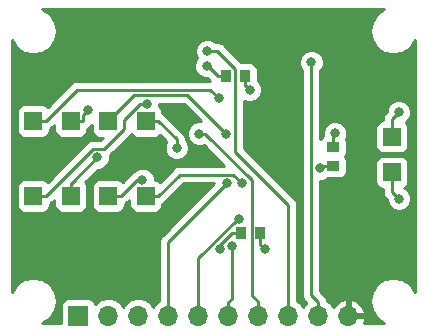
<source format=gbl>
G04 #@! TF.GenerationSoftware,KiCad,Pcbnew,(2018-02-15 revision 29b28de31)-makepkg*
G04 #@! TF.CreationDate,2019-02-03T15:17:44+10:30*
G04 #@! TF.ProjectId,CS5464_Breakout,4353353436345F427265616B6F75742E,rev?*
G04 #@! TF.SameCoordinates,Original*
G04 #@! TF.FileFunction,Copper,L2,Bot,Signal*
G04 #@! TF.FilePolarity,Positive*
%FSLAX46Y46*%
G04 Gerber Fmt 4.6, Leading zero omitted, Abs format (unit mm)*
G04 Created by KiCad (PCBNEW (2018-02-15 revision 29b28de31)-makepkg) date 02/03/19 15:17:44*
%MOMM*%
%LPD*%
G01*
G04 APERTURE LIST*
%ADD10R,1.500000X1.500000*%
%ADD11R,0.820000X1.000000*%
%ADD12R,1.000000X0.820000*%
%ADD13R,1.700000X1.700000*%
%ADD14O,1.700000X1.700000*%
%ADD15C,0.800000*%
%ADD16C,0.250000*%
%ADD17C,0.254000*%
G04 APERTURE END LIST*
D10*
X143394000Y-91516900D03*
X143394000Y-94510700D03*
X122555000Y-96520000D03*
X119380000Y-96520000D03*
X116205000Y-96520000D03*
X113030000Y-96520000D03*
X119380000Y-90170000D03*
X113030000Y-90170000D03*
X116205000Y-90170000D03*
X122555000Y-90170000D03*
D11*
X130645000Y-99695000D03*
X132245000Y-99695000D03*
X130975000Y-86360000D03*
X129375000Y-86360000D03*
D12*
X138430000Y-93980000D03*
X138430000Y-92380000D03*
D13*
X116840000Y-106680000D03*
D14*
X119380000Y-106680000D03*
X121920000Y-106680000D03*
X124460000Y-106680000D03*
X127000000Y-106680000D03*
X129540000Y-106680000D03*
X132080000Y-106680000D03*
X134620000Y-106680000D03*
X137160000Y-106680000D03*
X139700000Y-106680000D03*
D15*
X138566900Y-91216200D03*
X143979400Y-89431800D03*
X143996900Y-96760000D03*
X137312300Y-94185000D03*
X136569600Y-85186200D03*
X127767900Y-84240300D03*
X132614800Y-101007400D03*
X128822300Y-101024000D03*
X112000000Y-88000000D03*
X112000000Y-85000000D03*
X112000000Y-100000000D03*
X112000000Y-103000000D03*
X141000000Y-81000000D03*
X137000000Y-81000000D03*
X123000000Y-81000000D03*
X119000000Y-81000000D03*
X115000000Y-81000000D03*
X145000000Y-103000000D03*
X145000000Y-100000000D03*
X145000000Y-88000000D03*
X145000000Y-85000000D03*
X129359700Y-91267500D03*
X128735500Y-88244500D03*
X118455900Y-93258000D03*
X122651700Y-88700800D03*
X131376800Y-87529000D03*
X127700900Y-85520900D03*
X129416800Y-95445100D03*
X129835000Y-100728500D03*
X130485000Y-98450300D03*
X127087000Y-91241700D03*
X125179000Y-92457100D03*
X117645900Y-89277000D03*
X122275800Y-95150700D03*
X130705100Y-95452600D03*
D16*
X138430000Y-91353100D02*
X138430000Y-92380000D01*
X138566900Y-91216200D02*
X138430000Y-91353100D01*
X143394000Y-90017200D02*
X143394000Y-91516900D01*
X143979400Y-89431800D02*
X143394000Y-90017200D01*
X143394000Y-96157100D02*
X143996900Y-96760000D01*
X143394000Y-94510700D02*
X143394000Y-96157100D01*
X137399700Y-94185000D02*
X137604700Y-93980000D01*
X137312300Y-94185000D02*
X137399700Y-94185000D01*
X138430000Y-93980000D02*
X137604700Y-93980000D01*
X136569600Y-104914300D02*
X137160000Y-105504700D01*
X136569600Y-85186200D02*
X136569600Y-104914300D01*
X137160000Y-106680000D02*
X137160000Y-105504700D01*
X128625400Y-84240300D02*
X127767900Y-84240300D01*
X130110400Y-85725300D02*
X128625400Y-84240300D01*
X130110400Y-92789300D02*
X130110400Y-85725300D01*
X134620000Y-97298900D02*
X130110400Y-92789300D01*
X134620000Y-106680000D02*
X134620000Y-97298900D01*
X132245000Y-100637600D02*
X132614800Y-101007400D01*
X132245000Y-99695000D02*
X132245000Y-100637600D01*
X128822300Y-100698100D02*
X128822300Y-101024000D01*
X129825400Y-99695000D02*
X128822300Y-100698100D01*
X130645000Y-99695000D02*
X129825400Y-99695000D01*
X121574800Y-87975200D02*
X119380000Y-90170000D01*
X126067400Y-87975200D02*
X121574800Y-87975200D01*
X129359700Y-91267500D02*
X126067400Y-87975200D01*
X113030000Y-90170000D02*
X114105300Y-90170000D01*
X116759100Y-87516200D02*
X114105300Y-90170000D01*
X128007200Y-87516200D02*
X116759100Y-87516200D01*
X128735500Y-88244500D02*
X128007200Y-87516200D01*
X116205000Y-96520000D02*
X116205000Y-95444700D01*
X116269200Y-95444700D02*
X118455900Y-93258000D01*
X116205000Y-95444700D02*
X116269200Y-95444700D01*
X113030000Y-96520000D02*
X114105300Y-96520000D01*
X122064100Y-88700800D02*
X122651700Y-88700800D01*
X120716000Y-90048900D02*
X122064100Y-88700800D01*
X120716000Y-90824500D02*
X120716000Y-90048900D01*
X119019000Y-92521500D02*
X120716000Y-90824500D01*
X118103800Y-92521500D02*
X119019000Y-92521500D01*
X114105300Y-96520000D02*
X118103800Y-92521500D01*
X131033100Y-87185300D02*
X130975000Y-87185300D01*
X131376800Y-87529000D02*
X131033100Y-87185300D01*
X130975000Y-86360000D02*
X130975000Y-87185300D01*
X127800600Y-85520900D02*
X127700900Y-85520900D01*
X128639700Y-86360000D02*
X127800600Y-85520900D01*
X129375000Y-86360000D02*
X128639700Y-86360000D01*
X124460000Y-100401900D02*
X124460000Y-106680000D01*
X129416800Y-95445100D02*
X124460000Y-100401900D01*
X129835000Y-105209700D02*
X129540000Y-105504700D01*
X129835000Y-100728500D02*
X129835000Y-105209700D01*
X129540000Y-106680000D02*
X129540000Y-105504700D01*
X130354400Y-98450300D02*
X130485000Y-98450300D01*
X127000000Y-101804700D02*
X130354400Y-98450300D01*
X127000000Y-106680000D02*
X127000000Y-101804700D01*
X127087000Y-91241800D02*
X127087000Y-91241700D01*
X127555200Y-91241800D02*
X127087000Y-91241800D01*
X131509600Y-95196200D02*
X127555200Y-91241800D01*
X131509600Y-104934300D02*
X131509600Y-95196200D01*
X132080000Y-105504700D02*
X131509600Y-104934300D01*
X132080000Y-106680000D02*
X132080000Y-105504700D01*
X122555000Y-90170000D02*
X123630300Y-90170000D01*
X125179000Y-91718700D02*
X125179000Y-92457100D01*
X123630300Y-90170000D02*
X125179000Y-91718700D01*
X117280300Y-89642600D02*
X117280300Y-90170000D01*
X117645900Y-89277000D02*
X117280300Y-89642600D01*
X116205000Y-90170000D02*
X117280300Y-90170000D01*
X119380000Y-96520000D02*
X120455300Y-96520000D01*
X121824600Y-95150700D02*
X122275800Y-95150700D01*
X120455300Y-96520000D02*
X121824600Y-95150700D01*
X129953100Y-94700600D02*
X130705100Y-95452600D01*
X125449700Y-94700600D02*
X129953100Y-94700600D01*
X123630300Y-96520000D02*
X125449700Y-94700600D01*
X122555000Y-96520000D02*
X123630300Y-96520000D01*
D17*
G36*
X142752287Y-80720719D02*
X142109929Y-81149929D01*
X141680719Y-81792287D01*
X141530000Y-82550000D01*
X141680719Y-83307713D01*
X142109929Y-83950071D01*
X142752287Y-84379281D01*
X143510000Y-84530000D01*
X144267713Y-84379281D01*
X144910071Y-83950071D01*
X145339281Y-83307713D01*
X145340001Y-83304094D01*
X145340000Y-104655902D01*
X145339281Y-104652287D01*
X144910071Y-104009929D01*
X144267713Y-103580719D01*
X143510000Y-103430000D01*
X142752287Y-103580719D01*
X142109929Y-104009929D01*
X141680719Y-104652287D01*
X141530000Y-105410000D01*
X141680719Y-106167713D01*
X142109929Y-106810071D01*
X142752287Y-107239281D01*
X142755902Y-107240000D01*
X141046101Y-107240000D01*
X141141486Y-107036892D01*
X141020819Y-106807000D01*
X139827000Y-106807000D01*
X139827000Y-106827000D01*
X139573000Y-106827000D01*
X139573000Y-106807000D01*
X139553000Y-106807000D01*
X139553000Y-106553000D01*
X139573000Y-106553000D01*
X139573000Y-105359845D01*
X139827000Y-105359845D01*
X139827000Y-106553000D01*
X141020819Y-106553000D01*
X141141486Y-106323108D01*
X140895183Y-105798642D01*
X140466924Y-105408355D01*
X140056890Y-105238524D01*
X139827000Y-105359845D01*
X139573000Y-105359845D01*
X139343110Y-105238524D01*
X138933076Y-105408355D01*
X138504817Y-105798642D01*
X138443843Y-105928478D01*
X138230625Y-105609375D01*
X137913571Y-105397526D01*
X137875904Y-105208163D01*
X137875904Y-105208162D01*
X137750329Y-105020227D01*
X137750328Y-105020226D01*
X137707929Y-104956771D01*
X137644473Y-104914371D01*
X137329600Y-104599499D01*
X137329600Y-95220000D01*
X137518174Y-95220000D01*
X137898580Y-95062431D01*
X137924638Y-95036373D01*
X137930000Y-95037440D01*
X138930000Y-95037440D01*
X139177765Y-94988157D01*
X139387809Y-94847809D01*
X139528157Y-94637765D01*
X139577440Y-94390000D01*
X139577440Y-93760700D01*
X141996560Y-93760700D01*
X141996560Y-95260700D01*
X142045843Y-95508465D01*
X142186191Y-95718509D01*
X142396235Y-95858857D01*
X142634001Y-95906151D01*
X142634001Y-96082249D01*
X142619112Y-96157100D01*
X142634001Y-96231952D01*
X142678097Y-96453637D01*
X142846072Y-96705029D01*
X142909527Y-96747428D01*
X142961900Y-96799801D01*
X142961900Y-96965874D01*
X143119469Y-97346280D01*
X143410620Y-97637431D01*
X143791026Y-97795000D01*
X144202774Y-97795000D01*
X144583180Y-97637431D01*
X144874331Y-97346280D01*
X145031900Y-96965874D01*
X145031900Y-96554126D01*
X144874331Y-96173720D01*
X144583180Y-95882569D01*
X144443109Y-95824550D01*
X144601809Y-95718509D01*
X144742157Y-95508465D01*
X144791440Y-95260700D01*
X144791440Y-93760700D01*
X144742157Y-93512935D01*
X144601809Y-93302891D01*
X144391765Y-93162543D01*
X144144000Y-93113260D01*
X142644000Y-93113260D01*
X142396235Y-93162543D01*
X142186191Y-93302891D01*
X142045843Y-93512935D01*
X141996560Y-93760700D01*
X139577440Y-93760700D01*
X139577440Y-93570000D01*
X139528157Y-93322235D01*
X139433118Y-93180000D01*
X139528157Y-93037765D01*
X139577440Y-92790000D01*
X139577440Y-91970000D01*
X139528157Y-91722235D01*
X139496928Y-91675498D01*
X139601900Y-91422074D01*
X139601900Y-91010326D01*
X139501070Y-90766900D01*
X141996560Y-90766900D01*
X141996560Y-92266900D01*
X142045843Y-92514665D01*
X142186191Y-92724709D01*
X142396235Y-92865057D01*
X142644000Y-92914340D01*
X144144000Y-92914340D01*
X144391765Y-92865057D01*
X144601809Y-92724709D01*
X144742157Y-92514665D01*
X144791440Y-92266900D01*
X144791440Y-90766900D01*
X144742157Y-90519135D01*
X144601809Y-90309091D01*
X144580235Y-90294676D01*
X144856831Y-90018080D01*
X145014400Y-89637674D01*
X145014400Y-89225926D01*
X144856831Y-88845520D01*
X144565680Y-88554369D01*
X144185274Y-88396800D01*
X143773526Y-88396800D01*
X143393120Y-88554369D01*
X143101969Y-88845520D01*
X142944400Y-89225926D01*
X142944400Y-89391999D01*
X142909530Y-89426869D01*
X142846071Y-89469271D01*
X142678096Y-89720664D01*
X142634000Y-89942349D01*
X142634000Y-89942353D01*
X142619112Y-90017200D01*
X142634000Y-90092047D01*
X142634000Y-90121449D01*
X142396235Y-90168743D01*
X142186191Y-90309091D01*
X142045843Y-90519135D01*
X141996560Y-90766900D01*
X139501070Y-90766900D01*
X139444331Y-90629920D01*
X139153180Y-90338769D01*
X138772774Y-90181200D01*
X138361026Y-90181200D01*
X137980620Y-90338769D01*
X137689469Y-90629920D01*
X137531900Y-91010326D01*
X137531900Y-91422074D01*
X137548193Y-91461408D01*
X137472191Y-91512191D01*
X137331843Y-91722235D01*
X137329600Y-91733511D01*
X137329600Y-85889911D01*
X137447031Y-85772480D01*
X137604600Y-85392074D01*
X137604600Y-84980326D01*
X137447031Y-84599920D01*
X137155880Y-84308769D01*
X136775474Y-84151200D01*
X136363726Y-84151200D01*
X135983320Y-84308769D01*
X135692169Y-84599920D01*
X135534600Y-84980326D01*
X135534600Y-85392074D01*
X135692169Y-85772480D01*
X135809600Y-85889911D01*
X135809601Y-104839448D01*
X135794712Y-104914300D01*
X135809601Y-104989152D01*
X135853697Y-105210837D01*
X136021672Y-105462229D01*
X136085128Y-105504629D01*
X136149620Y-105569121D01*
X136089375Y-105609375D01*
X135890000Y-105907761D01*
X135690625Y-105609375D01*
X135380000Y-105401822D01*
X135380000Y-97373746D01*
X135394888Y-97298899D01*
X135380000Y-97224052D01*
X135380000Y-97224048D01*
X135335904Y-97002363D01*
X135249469Y-96873004D01*
X135210329Y-96814426D01*
X135210327Y-96814424D01*
X135167929Y-96750971D01*
X135104476Y-96708573D01*
X130870400Y-92474499D01*
X130870400Y-88439518D01*
X131170926Y-88564000D01*
X131582674Y-88564000D01*
X131963080Y-88406431D01*
X132254231Y-88115280D01*
X132411800Y-87734874D01*
X132411800Y-87323126D01*
X132254231Y-86942720D01*
X132032440Y-86720929D01*
X132032440Y-85860000D01*
X131983157Y-85612235D01*
X131842809Y-85402191D01*
X131632765Y-85261843D01*
X131385000Y-85212560D01*
X130681842Y-85212560D01*
X130658329Y-85177371D01*
X130594873Y-85134971D01*
X129215731Y-83755830D01*
X129173329Y-83692371D01*
X128921937Y-83524396D01*
X128700252Y-83480300D01*
X128700247Y-83480300D01*
X128625400Y-83465412D01*
X128550553Y-83480300D01*
X128471611Y-83480300D01*
X128354180Y-83362869D01*
X127973774Y-83205300D01*
X127562026Y-83205300D01*
X127181620Y-83362869D01*
X126890469Y-83654020D01*
X126732900Y-84034426D01*
X126732900Y-84446174D01*
X126890469Y-84826580D01*
X126910989Y-84847100D01*
X126823469Y-84934620D01*
X126665900Y-85315026D01*
X126665900Y-85726774D01*
X126823469Y-86107180D01*
X127114620Y-86398331D01*
X127495026Y-86555900D01*
X127760798Y-86555900D01*
X127956329Y-86751431D01*
X127932353Y-86756200D01*
X116833947Y-86756200D01*
X116759100Y-86741312D01*
X116684253Y-86756200D01*
X116684248Y-86756200D01*
X116462563Y-86800296D01*
X116211171Y-86968271D01*
X116168771Y-87031727D01*
X114238009Y-88962490D01*
X114237809Y-88962191D01*
X114027765Y-88821843D01*
X113780000Y-88772560D01*
X112280000Y-88772560D01*
X112032235Y-88821843D01*
X111822191Y-88962191D01*
X111681843Y-89172235D01*
X111632560Y-89420000D01*
X111632560Y-90920000D01*
X111681843Y-91167765D01*
X111822191Y-91377809D01*
X112032235Y-91518157D01*
X112280000Y-91567440D01*
X113780000Y-91567440D01*
X114027765Y-91518157D01*
X114237809Y-91377809D01*
X114378157Y-91167765D01*
X114427440Y-90920000D01*
X114427440Y-90868797D01*
X114653229Y-90717929D01*
X114695631Y-90654470D01*
X114807560Y-90542541D01*
X114807560Y-90920000D01*
X114856843Y-91167765D01*
X114997191Y-91377809D01*
X115207235Y-91518157D01*
X115455000Y-91567440D01*
X116955000Y-91567440D01*
X117202765Y-91518157D01*
X117412809Y-91377809D01*
X117553157Y-91167765D01*
X117602440Y-90920000D01*
X117602440Y-90868797D01*
X117828229Y-90717929D01*
X117982560Y-90486957D01*
X117982560Y-90920000D01*
X118031843Y-91167765D01*
X118172191Y-91377809D01*
X118382235Y-91518157D01*
X118630000Y-91567440D01*
X118898258Y-91567440D01*
X118704199Y-91761500D01*
X118178647Y-91761500D01*
X118103800Y-91746612D01*
X118028953Y-91761500D01*
X118028948Y-91761500D01*
X117807263Y-91805596D01*
X117555871Y-91973571D01*
X117513471Y-92037027D01*
X114238009Y-95312490D01*
X114237809Y-95312191D01*
X114027765Y-95171843D01*
X113780000Y-95122560D01*
X112280000Y-95122560D01*
X112032235Y-95171843D01*
X111822191Y-95312191D01*
X111681843Y-95522235D01*
X111632560Y-95770000D01*
X111632560Y-97270000D01*
X111681843Y-97517765D01*
X111822191Y-97727809D01*
X112032235Y-97868157D01*
X112280000Y-97917440D01*
X113780000Y-97917440D01*
X114027765Y-97868157D01*
X114237809Y-97727809D01*
X114378157Y-97517765D01*
X114427440Y-97270000D01*
X114427440Y-97218797D01*
X114653229Y-97067929D01*
X114695631Y-97004470D01*
X114807560Y-96892541D01*
X114807560Y-97270000D01*
X114856843Y-97517765D01*
X114997191Y-97727809D01*
X115207235Y-97868157D01*
X115455000Y-97917440D01*
X116955000Y-97917440D01*
X117202765Y-97868157D01*
X117412809Y-97727809D01*
X117553157Y-97517765D01*
X117602440Y-97270000D01*
X117602440Y-95770000D01*
X117553157Y-95522235D01*
X117438324Y-95350377D01*
X118495702Y-94293000D01*
X118661774Y-94293000D01*
X119042180Y-94135431D01*
X119333331Y-93844280D01*
X119490900Y-93463874D01*
X119490900Y-93120230D01*
X119566929Y-93069429D01*
X119609331Y-93005970D01*
X121200476Y-91414827D01*
X121263929Y-91372429D01*
X121303762Y-91312814D01*
X121347191Y-91377809D01*
X121557235Y-91518157D01*
X121805000Y-91567440D01*
X123305000Y-91567440D01*
X123552765Y-91518157D01*
X123762809Y-91377809D01*
X123763009Y-91377510D01*
X124288315Y-91902817D01*
X124144000Y-92251226D01*
X124144000Y-92662974D01*
X124301569Y-93043380D01*
X124592720Y-93334531D01*
X124973126Y-93492100D01*
X125384874Y-93492100D01*
X125765280Y-93334531D01*
X126056431Y-93043380D01*
X126214000Y-92662974D01*
X126214000Y-92251226D01*
X126056431Y-91870820D01*
X125945663Y-91760052D01*
X125953888Y-91718700D01*
X125939000Y-91643852D01*
X125939000Y-91643848D01*
X125894904Y-91422163D01*
X125726929Y-91170771D01*
X125663473Y-91128371D01*
X124220631Y-89685530D01*
X124178229Y-89622071D01*
X123952440Y-89471203D01*
X123952440Y-89420000D01*
X123903157Y-89172235D01*
X123762809Y-88962191D01*
X123685187Y-88910326D01*
X123686700Y-88906674D01*
X123686700Y-88735200D01*
X125752599Y-88735200D01*
X127224098Y-90206700D01*
X126881126Y-90206700D01*
X126500720Y-90364269D01*
X126209569Y-90655420D01*
X126052000Y-91035826D01*
X126052000Y-91447574D01*
X126209569Y-91827980D01*
X126500720Y-92119131D01*
X126881126Y-92276700D01*
X127292874Y-92276700D01*
X127450152Y-92211553D01*
X129179198Y-93940600D01*
X125524546Y-93940600D01*
X125449699Y-93925712D01*
X125374852Y-93940600D01*
X125374848Y-93940600D01*
X125153163Y-93984696D01*
X124901771Y-94152671D01*
X124859371Y-94216127D01*
X123763009Y-95312490D01*
X123762809Y-95312191D01*
X123552765Y-95171843D01*
X123310800Y-95123714D01*
X123310800Y-94944826D01*
X123153231Y-94564420D01*
X122862080Y-94273269D01*
X122481674Y-94115700D01*
X122069926Y-94115700D01*
X121689520Y-94273269D01*
X121527852Y-94434937D01*
X121276671Y-94602771D01*
X121234271Y-94666227D01*
X120588009Y-95312490D01*
X120587809Y-95312191D01*
X120377765Y-95171843D01*
X120130000Y-95122560D01*
X118630000Y-95122560D01*
X118382235Y-95171843D01*
X118172191Y-95312191D01*
X118031843Y-95522235D01*
X117982560Y-95770000D01*
X117982560Y-97270000D01*
X118031843Y-97517765D01*
X118172191Y-97727809D01*
X118382235Y-97868157D01*
X118630000Y-97917440D01*
X120130000Y-97917440D01*
X120377765Y-97868157D01*
X120587809Y-97727809D01*
X120728157Y-97517765D01*
X120777440Y-97270000D01*
X120777440Y-97218797D01*
X121003229Y-97067929D01*
X121045631Y-97004470D01*
X121157560Y-96892541D01*
X121157560Y-97270000D01*
X121206843Y-97517765D01*
X121347191Y-97727809D01*
X121557235Y-97868157D01*
X121805000Y-97917440D01*
X123305000Y-97917440D01*
X123552765Y-97868157D01*
X123762809Y-97727809D01*
X123903157Y-97517765D01*
X123952440Y-97270000D01*
X123952440Y-97218797D01*
X124178229Y-97067929D01*
X124220631Y-97004470D01*
X125764502Y-95460600D01*
X128326498Y-95460600D01*
X123975530Y-99811569D01*
X123912071Y-99853971D01*
X123744096Y-100105364D01*
X123700000Y-100327049D01*
X123700000Y-100327053D01*
X123685112Y-100401900D01*
X123700000Y-100476747D01*
X123700001Y-105401821D01*
X123389375Y-105609375D01*
X123190000Y-105907761D01*
X122990625Y-105609375D01*
X122499418Y-105281161D01*
X122066256Y-105195000D01*
X121773744Y-105195000D01*
X121340582Y-105281161D01*
X120849375Y-105609375D01*
X120650000Y-105907761D01*
X120450625Y-105609375D01*
X119959418Y-105281161D01*
X119526256Y-105195000D01*
X119233744Y-105195000D01*
X118800582Y-105281161D01*
X118309375Y-105609375D01*
X118297184Y-105627619D01*
X118288157Y-105582235D01*
X118147809Y-105372191D01*
X117937765Y-105231843D01*
X117690000Y-105182560D01*
X115990000Y-105182560D01*
X115742235Y-105231843D01*
X115532191Y-105372191D01*
X115391843Y-105582235D01*
X115342560Y-105830000D01*
X115342560Y-107240000D01*
X113784098Y-107240000D01*
X113787713Y-107239281D01*
X114430071Y-106810071D01*
X114859281Y-106167713D01*
X115010000Y-105410000D01*
X114859281Y-104652287D01*
X114430071Y-104009929D01*
X113787713Y-103580719D01*
X113030000Y-103430000D01*
X112272287Y-103580719D01*
X111629929Y-104009929D01*
X111200719Y-104652287D01*
X111200000Y-104655902D01*
X111200000Y-83304098D01*
X111200719Y-83307713D01*
X111629929Y-83950071D01*
X112272287Y-84379281D01*
X113030000Y-84530000D01*
X113787713Y-84379281D01*
X114430071Y-83950071D01*
X114859281Y-83307713D01*
X115010000Y-82550000D01*
X114859281Y-81792287D01*
X114430071Y-81149929D01*
X113787713Y-80720719D01*
X113784098Y-80720000D01*
X142755902Y-80720000D01*
X142752287Y-80720719D01*
X142752287Y-80720719D01*
G37*
X142752287Y-80720719D02*
X142109929Y-81149929D01*
X141680719Y-81792287D01*
X141530000Y-82550000D01*
X141680719Y-83307713D01*
X142109929Y-83950071D01*
X142752287Y-84379281D01*
X143510000Y-84530000D01*
X144267713Y-84379281D01*
X144910071Y-83950071D01*
X145339281Y-83307713D01*
X145340001Y-83304094D01*
X145340000Y-104655902D01*
X145339281Y-104652287D01*
X144910071Y-104009929D01*
X144267713Y-103580719D01*
X143510000Y-103430000D01*
X142752287Y-103580719D01*
X142109929Y-104009929D01*
X141680719Y-104652287D01*
X141530000Y-105410000D01*
X141680719Y-106167713D01*
X142109929Y-106810071D01*
X142752287Y-107239281D01*
X142755902Y-107240000D01*
X141046101Y-107240000D01*
X141141486Y-107036892D01*
X141020819Y-106807000D01*
X139827000Y-106807000D01*
X139827000Y-106827000D01*
X139573000Y-106827000D01*
X139573000Y-106807000D01*
X139553000Y-106807000D01*
X139553000Y-106553000D01*
X139573000Y-106553000D01*
X139573000Y-105359845D01*
X139827000Y-105359845D01*
X139827000Y-106553000D01*
X141020819Y-106553000D01*
X141141486Y-106323108D01*
X140895183Y-105798642D01*
X140466924Y-105408355D01*
X140056890Y-105238524D01*
X139827000Y-105359845D01*
X139573000Y-105359845D01*
X139343110Y-105238524D01*
X138933076Y-105408355D01*
X138504817Y-105798642D01*
X138443843Y-105928478D01*
X138230625Y-105609375D01*
X137913571Y-105397526D01*
X137875904Y-105208163D01*
X137875904Y-105208162D01*
X137750329Y-105020227D01*
X137750328Y-105020226D01*
X137707929Y-104956771D01*
X137644473Y-104914371D01*
X137329600Y-104599499D01*
X137329600Y-95220000D01*
X137518174Y-95220000D01*
X137898580Y-95062431D01*
X137924638Y-95036373D01*
X137930000Y-95037440D01*
X138930000Y-95037440D01*
X139177765Y-94988157D01*
X139387809Y-94847809D01*
X139528157Y-94637765D01*
X139577440Y-94390000D01*
X139577440Y-93760700D01*
X141996560Y-93760700D01*
X141996560Y-95260700D01*
X142045843Y-95508465D01*
X142186191Y-95718509D01*
X142396235Y-95858857D01*
X142634001Y-95906151D01*
X142634001Y-96082249D01*
X142619112Y-96157100D01*
X142634001Y-96231952D01*
X142678097Y-96453637D01*
X142846072Y-96705029D01*
X142909527Y-96747428D01*
X142961900Y-96799801D01*
X142961900Y-96965874D01*
X143119469Y-97346280D01*
X143410620Y-97637431D01*
X143791026Y-97795000D01*
X144202774Y-97795000D01*
X144583180Y-97637431D01*
X144874331Y-97346280D01*
X145031900Y-96965874D01*
X145031900Y-96554126D01*
X144874331Y-96173720D01*
X144583180Y-95882569D01*
X144443109Y-95824550D01*
X144601809Y-95718509D01*
X144742157Y-95508465D01*
X144791440Y-95260700D01*
X144791440Y-93760700D01*
X144742157Y-93512935D01*
X144601809Y-93302891D01*
X144391765Y-93162543D01*
X144144000Y-93113260D01*
X142644000Y-93113260D01*
X142396235Y-93162543D01*
X142186191Y-93302891D01*
X142045843Y-93512935D01*
X141996560Y-93760700D01*
X139577440Y-93760700D01*
X139577440Y-93570000D01*
X139528157Y-93322235D01*
X139433118Y-93180000D01*
X139528157Y-93037765D01*
X139577440Y-92790000D01*
X139577440Y-91970000D01*
X139528157Y-91722235D01*
X139496928Y-91675498D01*
X139601900Y-91422074D01*
X139601900Y-91010326D01*
X139501070Y-90766900D01*
X141996560Y-90766900D01*
X141996560Y-92266900D01*
X142045843Y-92514665D01*
X142186191Y-92724709D01*
X142396235Y-92865057D01*
X142644000Y-92914340D01*
X144144000Y-92914340D01*
X144391765Y-92865057D01*
X144601809Y-92724709D01*
X144742157Y-92514665D01*
X144791440Y-92266900D01*
X144791440Y-90766900D01*
X144742157Y-90519135D01*
X144601809Y-90309091D01*
X144580235Y-90294676D01*
X144856831Y-90018080D01*
X145014400Y-89637674D01*
X145014400Y-89225926D01*
X144856831Y-88845520D01*
X144565680Y-88554369D01*
X144185274Y-88396800D01*
X143773526Y-88396800D01*
X143393120Y-88554369D01*
X143101969Y-88845520D01*
X142944400Y-89225926D01*
X142944400Y-89391999D01*
X142909530Y-89426869D01*
X142846071Y-89469271D01*
X142678096Y-89720664D01*
X142634000Y-89942349D01*
X142634000Y-89942353D01*
X142619112Y-90017200D01*
X142634000Y-90092047D01*
X142634000Y-90121449D01*
X142396235Y-90168743D01*
X142186191Y-90309091D01*
X142045843Y-90519135D01*
X141996560Y-90766900D01*
X139501070Y-90766900D01*
X139444331Y-90629920D01*
X139153180Y-90338769D01*
X138772774Y-90181200D01*
X138361026Y-90181200D01*
X137980620Y-90338769D01*
X137689469Y-90629920D01*
X137531900Y-91010326D01*
X137531900Y-91422074D01*
X137548193Y-91461408D01*
X137472191Y-91512191D01*
X137331843Y-91722235D01*
X137329600Y-91733511D01*
X137329600Y-85889911D01*
X137447031Y-85772480D01*
X137604600Y-85392074D01*
X137604600Y-84980326D01*
X137447031Y-84599920D01*
X137155880Y-84308769D01*
X136775474Y-84151200D01*
X136363726Y-84151200D01*
X135983320Y-84308769D01*
X135692169Y-84599920D01*
X135534600Y-84980326D01*
X135534600Y-85392074D01*
X135692169Y-85772480D01*
X135809600Y-85889911D01*
X135809601Y-104839448D01*
X135794712Y-104914300D01*
X135809601Y-104989152D01*
X135853697Y-105210837D01*
X136021672Y-105462229D01*
X136085128Y-105504629D01*
X136149620Y-105569121D01*
X136089375Y-105609375D01*
X135890000Y-105907761D01*
X135690625Y-105609375D01*
X135380000Y-105401822D01*
X135380000Y-97373746D01*
X135394888Y-97298899D01*
X135380000Y-97224052D01*
X135380000Y-97224048D01*
X135335904Y-97002363D01*
X135249469Y-96873004D01*
X135210329Y-96814426D01*
X135210327Y-96814424D01*
X135167929Y-96750971D01*
X135104476Y-96708573D01*
X130870400Y-92474499D01*
X130870400Y-88439518D01*
X131170926Y-88564000D01*
X131582674Y-88564000D01*
X131963080Y-88406431D01*
X132254231Y-88115280D01*
X132411800Y-87734874D01*
X132411800Y-87323126D01*
X132254231Y-86942720D01*
X132032440Y-86720929D01*
X132032440Y-85860000D01*
X131983157Y-85612235D01*
X131842809Y-85402191D01*
X131632765Y-85261843D01*
X131385000Y-85212560D01*
X130681842Y-85212560D01*
X130658329Y-85177371D01*
X130594873Y-85134971D01*
X129215731Y-83755830D01*
X129173329Y-83692371D01*
X128921937Y-83524396D01*
X128700252Y-83480300D01*
X128700247Y-83480300D01*
X128625400Y-83465412D01*
X128550553Y-83480300D01*
X128471611Y-83480300D01*
X128354180Y-83362869D01*
X127973774Y-83205300D01*
X127562026Y-83205300D01*
X127181620Y-83362869D01*
X126890469Y-83654020D01*
X126732900Y-84034426D01*
X126732900Y-84446174D01*
X126890469Y-84826580D01*
X126910989Y-84847100D01*
X126823469Y-84934620D01*
X126665900Y-85315026D01*
X126665900Y-85726774D01*
X126823469Y-86107180D01*
X127114620Y-86398331D01*
X127495026Y-86555900D01*
X127760798Y-86555900D01*
X127956329Y-86751431D01*
X127932353Y-86756200D01*
X116833947Y-86756200D01*
X116759100Y-86741312D01*
X116684253Y-86756200D01*
X116684248Y-86756200D01*
X116462563Y-86800296D01*
X116211171Y-86968271D01*
X116168771Y-87031727D01*
X114238009Y-88962490D01*
X114237809Y-88962191D01*
X114027765Y-88821843D01*
X113780000Y-88772560D01*
X112280000Y-88772560D01*
X112032235Y-88821843D01*
X111822191Y-88962191D01*
X111681843Y-89172235D01*
X111632560Y-89420000D01*
X111632560Y-90920000D01*
X111681843Y-91167765D01*
X111822191Y-91377809D01*
X112032235Y-91518157D01*
X112280000Y-91567440D01*
X113780000Y-91567440D01*
X114027765Y-91518157D01*
X114237809Y-91377809D01*
X114378157Y-91167765D01*
X114427440Y-90920000D01*
X114427440Y-90868797D01*
X114653229Y-90717929D01*
X114695631Y-90654470D01*
X114807560Y-90542541D01*
X114807560Y-90920000D01*
X114856843Y-91167765D01*
X114997191Y-91377809D01*
X115207235Y-91518157D01*
X115455000Y-91567440D01*
X116955000Y-91567440D01*
X117202765Y-91518157D01*
X117412809Y-91377809D01*
X117553157Y-91167765D01*
X117602440Y-90920000D01*
X117602440Y-90868797D01*
X117828229Y-90717929D01*
X117982560Y-90486957D01*
X117982560Y-90920000D01*
X118031843Y-91167765D01*
X118172191Y-91377809D01*
X118382235Y-91518157D01*
X118630000Y-91567440D01*
X118898258Y-91567440D01*
X118704199Y-91761500D01*
X118178647Y-91761500D01*
X118103800Y-91746612D01*
X118028953Y-91761500D01*
X118028948Y-91761500D01*
X117807263Y-91805596D01*
X117555871Y-91973571D01*
X117513471Y-92037027D01*
X114238009Y-95312490D01*
X114237809Y-95312191D01*
X114027765Y-95171843D01*
X113780000Y-95122560D01*
X112280000Y-95122560D01*
X112032235Y-95171843D01*
X111822191Y-95312191D01*
X111681843Y-95522235D01*
X111632560Y-95770000D01*
X111632560Y-97270000D01*
X111681843Y-97517765D01*
X111822191Y-97727809D01*
X112032235Y-97868157D01*
X112280000Y-97917440D01*
X113780000Y-97917440D01*
X114027765Y-97868157D01*
X114237809Y-97727809D01*
X114378157Y-97517765D01*
X114427440Y-97270000D01*
X114427440Y-97218797D01*
X114653229Y-97067929D01*
X114695631Y-97004470D01*
X114807560Y-96892541D01*
X114807560Y-97270000D01*
X114856843Y-97517765D01*
X114997191Y-97727809D01*
X115207235Y-97868157D01*
X115455000Y-97917440D01*
X116955000Y-97917440D01*
X117202765Y-97868157D01*
X117412809Y-97727809D01*
X117553157Y-97517765D01*
X117602440Y-97270000D01*
X117602440Y-95770000D01*
X117553157Y-95522235D01*
X117438324Y-95350377D01*
X118495702Y-94293000D01*
X118661774Y-94293000D01*
X119042180Y-94135431D01*
X119333331Y-93844280D01*
X119490900Y-93463874D01*
X119490900Y-93120230D01*
X119566929Y-93069429D01*
X119609331Y-93005970D01*
X121200476Y-91414827D01*
X121263929Y-91372429D01*
X121303762Y-91312814D01*
X121347191Y-91377809D01*
X121557235Y-91518157D01*
X121805000Y-91567440D01*
X123305000Y-91567440D01*
X123552765Y-91518157D01*
X123762809Y-91377809D01*
X123763009Y-91377510D01*
X124288315Y-91902817D01*
X124144000Y-92251226D01*
X124144000Y-92662974D01*
X124301569Y-93043380D01*
X124592720Y-93334531D01*
X124973126Y-93492100D01*
X125384874Y-93492100D01*
X125765280Y-93334531D01*
X126056431Y-93043380D01*
X126214000Y-92662974D01*
X126214000Y-92251226D01*
X126056431Y-91870820D01*
X125945663Y-91760052D01*
X125953888Y-91718700D01*
X125939000Y-91643852D01*
X125939000Y-91643848D01*
X125894904Y-91422163D01*
X125726929Y-91170771D01*
X125663473Y-91128371D01*
X124220631Y-89685530D01*
X124178229Y-89622071D01*
X123952440Y-89471203D01*
X123952440Y-89420000D01*
X123903157Y-89172235D01*
X123762809Y-88962191D01*
X123685187Y-88910326D01*
X123686700Y-88906674D01*
X123686700Y-88735200D01*
X125752599Y-88735200D01*
X127224098Y-90206700D01*
X126881126Y-90206700D01*
X126500720Y-90364269D01*
X126209569Y-90655420D01*
X126052000Y-91035826D01*
X126052000Y-91447574D01*
X126209569Y-91827980D01*
X126500720Y-92119131D01*
X126881126Y-92276700D01*
X127292874Y-92276700D01*
X127450152Y-92211553D01*
X129179198Y-93940600D01*
X125524546Y-93940600D01*
X125449699Y-93925712D01*
X125374852Y-93940600D01*
X125374848Y-93940600D01*
X125153163Y-93984696D01*
X124901771Y-94152671D01*
X124859371Y-94216127D01*
X123763009Y-95312490D01*
X123762809Y-95312191D01*
X123552765Y-95171843D01*
X123310800Y-95123714D01*
X123310800Y-94944826D01*
X123153231Y-94564420D01*
X122862080Y-94273269D01*
X122481674Y-94115700D01*
X122069926Y-94115700D01*
X121689520Y-94273269D01*
X121527852Y-94434937D01*
X121276671Y-94602771D01*
X121234271Y-94666227D01*
X120588009Y-95312490D01*
X120587809Y-95312191D01*
X120377765Y-95171843D01*
X120130000Y-95122560D01*
X118630000Y-95122560D01*
X118382235Y-95171843D01*
X118172191Y-95312191D01*
X118031843Y-95522235D01*
X117982560Y-95770000D01*
X117982560Y-97270000D01*
X118031843Y-97517765D01*
X118172191Y-97727809D01*
X118382235Y-97868157D01*
X118630000Y-97917440D01*
X120130000Y-97917440D01*
X120377765Y-97868157D01*
X120587809Y-97727809D01*
X120728157Y-97517765D01*
X120777440Y-97270000D01*
X120777440Y-97218797D01*
X121003229Y-97067929D01*
X121045631Y-97004470D01*
X121157560Y-96892541D01*
X121157560Y-97270000D01*
X121206843Y-97517765D01*
X121347191Y-97727809D01*
X121557235Y-97868157D01*
X121805000Y-97917440D01*
X123305000Y-97917440D01*
X123552765Y-97868157D01*
X123762809Y-97727809D01*
X123903157Y-97517765D01*
X123952440Y-97270000D01*
X123952440Y-97218797D01*
X124178229Y-97067929D01*
X124220631Y-97004470D01*
X125764502Y-95460600D01*
X128326498Y-95460600D01*
X123975530Y-99811569D01*
X123912071Y-99853971D01*
X123744096Y-100105364D01*
X123700000Y-100327049D01*
X123700000Y-100327053D01*
X123685112Y-100401900D01*
X123700000Y-100476747D01*
X123700001Y-105401821D01*
X123389375Y-105609375D01*
X123190000Y-105907761D01*
X122990625Y-105609375D01*
X122499418Y-105281161D01*
X122066256Y-105195000D01*
X121773744Y-105195000D01*
X121340582Y-105281161D01*
X120849375Y-105609375D01*
X120650000Y-105907761D01*
X120450625Y-105609375D01*
X119959418Y-105281161D01*
X119526256Y-105195000D01*
X119233744Y-105195000D01*
X118800582Y-105281161D01*
X118309375Y-105609375D01*
X118297184Y-105627619D01*
X118288157Y-105582235D01*
X118147809Y-105372191D01*
X117937765Y-105231843D01*
X117690000Y-105182560D01*
X115990000Y-105182560D01*
X115742235Y-105231843D01*
X115532191Y-105372191D01*
X115391843Y-105582235D01*
X115342560Y-105830000D01*
X115342560Y-107240000D01*
X113784098Y-107240000D01*
X113787713Y-107239281D01*
X114430071Y-106810071D01*
X114859281Y-106167713D01*
X115010000Y-105410000D01*
X114859281Y-104652287D01*
X114430071Y-104009929D01*
X113787713Y-103580719D01*
X113030000Y-103430000D01*
X112272287Y-103580719D01*
X111629929Y-104009929D01*
X111200719Y-104652287D01*
X111200000Y-104655902D01*
X111200000Y-83304098D01*
X111200719Y-83307713D01*
X111629929Y-83950071D01*
X112272287Y-84379281D01*
X113030000Y-84530000D01*
X113787713Y-84379281D01*
X114430071Y-83950071D01*
X114859281Y-83307713D01*
X115010000Y-82550000D01*
X114859281Y-81792287D01*
X114430071Y-81149929D01*
X113787713Y-80720719D01*
X113784098Y-80720000D01*
X142755902Y-80720000D01*
X142752287Y-80720719D01*
M02*

</source>
